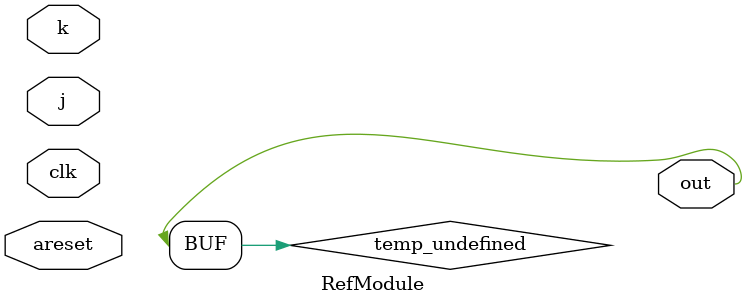
<source format=sv>

module RefModule (
  input clk,
  input j,
  input k,
  input areset,
  output out
);

  parameter A=0, B=1;
  reg state;
  reg next;

    always @(*) begin
    case (state)
      A: next = j ? B : A;
      B: next = k ? A : B;
    endcase
    end

    always @(posedge clk, posedge areset) begin
    if (areset) state <= A;
        else state <= next;
  end

  assign out = temp_undefined;

endmodule


</source>
